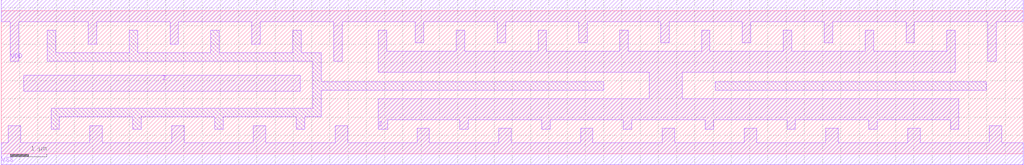
<source format=lef>
# Copyright 2022 GlobalFoundries PDK Authors
#
# Licensed under the Apache License, Version 2.0 (the "License");
# you may not use this file except in compliance with the License.
# You may obtain a copy of the License at
#
#      http://www.apache.org/licenses/LICENSE-2.0
#
# Unless required by applicable law or agreed to in writing, software
# distributed under the License is distributed on an "AS IS" BASIS,
# WITHOUT WARRANTIES OR CONDITIONS OF ANY KIND, either express or implied.
# See the License for the specific language governing permissions and
# limitations under the License.

MACRO gf180mcu_fd_sc_mcu7t5v0__buf_16
  CLASS core ;
  FOREIGN gf180mcu_fd_sc_mcu7t5v0__buf_16 0.0 0.0 ;
  ORIGIN 0 0 ;
  SYMMETRY X Y ;
  SITE GF018hv5v_mcu_sc7 ;
  SIZE 28 BY 3.92 ;
  PIN I
    DIRECTION INPUT ;
    ANTENNAGATEAREA 8.816 ;
    PORT
      LAYER Metal1 ;
        POLYGON 0.62 1.71 8.185 1.71 8.185 2.15 0.62 2.15  ;
    END
  END I
  PIN Z
    DIRECTION OUTPUT ;
    ANTENNADIFFAREA 9.4624 ;
    PORT
      LAYER Metal1 ;
        POLYGON 10.325 2.23 16.51 2.23 17.75 2.23 17.75 1.51 10.325 1.51 10.325 0.675 10.585 0.675 10.585 0.93 12.565 0.93 12.565 0.675 12.795 0.675 12.795 0.93 14.805 0.93 14.805 0.675 15.035 0.675 15.035 0.93 17.045 0.93 17.045 0.675 17.275 0.675 17.275 0.93 19.285 0.93 19.285 0.675 19.515 0.675 19.515 0.93 21.525 0.93 21.525 0.675 21.755 0.675 21.755 0.93 23.765 0.93 23.765 0.675 23.995 0.675 23.995 0.93 26.005 0.93 26.005 0.675 26.235 0.675 26.235 1.51 18.65 1.51 18.65 2.23 26.135 2.23 26.135 3.38 25.905 3.38 25.905 2.81 23.895 2.81 23.895 3.38 23.665 3.38 23.665 2.81 21.655 2.81 21.655 3.38 21.425 3.38 21.425 2.81 19.415 2.81 19.415 3.38 19.185 3.38 19.185 2.81 17.175 2.81 17.175 3.38 16.945 3.38 16.945 2.81 16.51 2.81 14.935 2.81 14.935 3.38 14.705 3.38 14.705 2.81 12.695 2.81 12.695 3.38 12.465 3.38 12.465 2.81 10.555 2.81 10.555 3.38 10.325 3.38  ;
    END
  END Z
  PIN VDD
    DIRECTION INOUT ;
    USE power ;
    SHAPE ABUTMENT ;
    PORT
      LAYER Metal1 ;
        POLYGON 0 3.62 0.245 3.62 0.245 2.53 0.475 2.53 0.475 3.62 2.385 3.62 2.385 3 2.615 3 2.615 3.62 4.625 3.62 4.625 3 4.855 3 4.855 3.62 6.865 3.62 6.865 3 7.095 3 7.095 3.62 9.105 3.62 9.105 2.53 9.335 2.53 9.335 3.62 11.345 3.62 11.345 3.04 11.575 3.04 11.575 3.62 13.585 3.62 13.585 3.04 13.815 3.04 13.815 3.62 15.825 3.62 15.825 3.04 16.055 3.04 16.055 3.62 16.51 3.62 18.065 3.62 18.065 3.04 18.295 3.04 18.295 3.62 20.305 3.62 20.305 3.04 20.535 3.04 20.535 3.62 22.545 3.62 22.545 3.04 22.775 3.04 22.775 3.62 24.785 3.62 24.785 3.04 25.015 3.04 25.015 3.62 26.98 3.62 27.025 3.62 27.025 2.53 27.255 2.53 27.255 3.62 28 3.62 28 4.22 26.98 4.22 16.51 4.22 0 4.22  ;
    END
  END VDD
  PIN VSS
    DIRECTION INOUT ;
    USE ground ;
    SHAPE ABUTMENT ;
    PORT
      LAYER Metal1 ;
        POLYGON 0 -0.3 28 -0.3 28 0.3 27.41 0.3 27.41 0.765 27.07 0.765 27.07 0.3 25.17 0.3 25.17 0.7 24.83 0.7 24.83 0.3 22.93 0.3 22.93 0.7 22.59 0.7 22.59 0.3 20.69 0.3 20.69 0.7 20.35 0.7 20.35 0.3 18.45 0.3 18.45 0.7 18.11 0.7 18.11 0.3 16.21 0.3 16.21 0.7 15.87 0.7 15.87 0.3 13.97 0.3 13.97 0.7 13.63 0.7 13.63 0.3 11.73 0.3 11.73 0.7 11.39 0.7 11.39 0.3 9.49 0.3 9.49 0.765 9.15 0.765 9.15 0.3 7.25 0.3 7.25 0.765 6.91 0.765 6.91 0.3 5.01 0.3 5.01 0.765 4.67 0.765 4.67 0.3 2.77 0.3 2.77 0.765 2.43 0.765 2.43 0.3 0.53 0.3 0.53 0.765 0.19 0.765 0.19 0.3 0 0.3  ;
    END
  END VSS
  OBS
      LAYER Metal1 ;
        POLYGON 1.265 2.53 8.535 2.53 8.535 1.25 1.365 1.25 1.365 0.675 1.595 0.675 1.595 1.015 3.605 1.015 3.605 0.675 3.835 0.675 3.835 1.015 5.845 1.015 5.845 0.675 6.075 0.675 6.075 1.015 8.085 1.015 8.085 0.675 8.315 0.675 8.315 1.015 8.77 1.015 8.77 1.74 16.51 1.74 16.51 1.97 8.77 1.97 8.77 2.76 8.215 2.76 8.215 3.38 7.985 3.38 7.985 2.76 5.975 2.76 5.975 3.38 5.745 3.38 5.745 2.76 3.735 2.76 3.735 3.38 3.505 3.38 3.505 2.76 1.495 2.76 1.495 3.38 1.265 3.38  ;
        POLYGON 19.56 1.74 26.98 1.74 26.98 1.97 19.56 1.97  ;
  END
END gf180mcu_fd_sc_mcu7t5v0__buf_16

</source>
